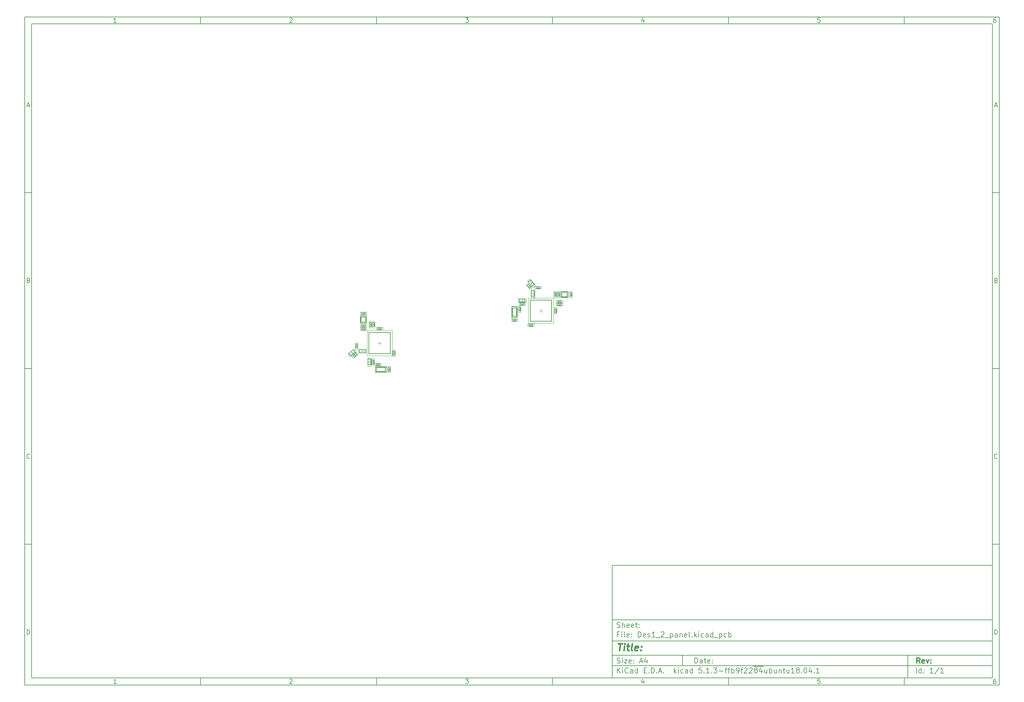
<source format=gbr>
%TF.GenerationSoftware,KiCad,Pcbnew,5.1.3-ffb9f22~84~ubuntu18.04.1*%
%TF.CreationDate,2019-07-26T17:01:45+03:00*%
%TF.ProjectId,Des1_2_panel,44657331-5f32-45f7-9061-6e656c2e6b69,rev?*%
%TF.SameCoordinates,Original*%
%TF.FileFunction,Other,User*%
%FSLAX45Y45*%
G04 Gerber Fmt 4.5, Leading zero omitted, Abs format (unit mm)*
G04 Created by KiCad (PCBNEW 5.1.3-ffb9f22~84~ubuntu18.04.1) date 2019-07-26 17:01:45*
%MOMM*%
%LPD*%
G04 APERTURE LIST*
%ADD10C,0.100000*%
%ADD11C,0.150000*%
%ADD12C,0.300000*%
%ADD13C,0.400000*%
%ADD14C,0.200000*%
G04 APERTURE END LIST*
D10*
D11*
X17700220Y-16600720D02*
X17700220Y-19800720D01*
X28500220Y-19800720D01*
X28500220Y-16600720D01*
X17700220Y-16600720D01*
D10*
D11*
X1000000Y-1000000D02*
X1000000Y-20000720D01*
X28700220Y-20000720D01*
X28700220Y-1000000D01*
X1000000Y-1000000D01*
D10*
D11*
X1200000Y-1200000D02*
X1200000Y-19800720D01*
X28500220Y-19800720D01*
X28500220Y-1200000D01*
X1200000Y-1200000D01*
D10*
D11*
X6000000Y-1200000D02*
X6000000Y-1000000D01*
D10*
D11*
X11000000Y-1200000D02*
X11000000Y-1000000D01*
D10*
D11*
X16000000Y-1200000D02*
X16000000Y-1000000D01*
D10*
D11*
X21000000Y-1200000D02*
X21000000Y-1000000D01*
D10*
D11*
X26000000Y-1200000D02*
X26000000Y-1000000D01*
D10*
D11*
X3606548Y-1158810D02*
X3532262Y-1158810D01*
X3569405Y-1158810D02*
X3569405Y-1028809D01*
X3557024Y-1047381D01*
X3544643Y-1059762D01*
X3532262Y-1065952D01*
D10*
D11*
X8532262Y-1041190D02*
X8538452Y-1035000D01*
X8550833Y-1028809D01*
X8581786Y-1028809D01*
X8594167Y-1035000D01*
X8600357Y-1041190D01*
X8606548Y-1053571D01*
X8606548Y-1065952D01*
X8600357Y-1084524D01*
X8526071Y-1158810D01*
X8606548Y-1158810D01*
D10*
D11*
X13526071Y-1028809D02*
X13606548Y-1028809D01*
X13563214Y-1078333D01*
X13581786Y-1078333D01*
X13594167Y-1084524D01*
X13600357Y-1090714D01*
X13606548Y-1103095D01*
X13606548Y-1134048D01*
X13600357Y-1146429D01*
X13594167Y-1152619D01*
X13581786Y-1158810D01*
X13544643Y-1158810D01*
X13532262Y-1152619D01*
X13526071Y-1146429D01*
D10*
D11*
X18594167Y-1072143D02*
X18594167Y-1158810D01*
X18563214Y-1022619D02*
X18532262Y-1115476D01*
X18612738Y-1115476D01*
D10*
D11*
X23600357Y-1028809D02*
X23538452Y-1028809D01*
X23532262Y-1090714D01*
X23538452Y-1084524D01*
X23550833Y-1078333D01*
X23581786Y-1078333D01*
X23594167Y-1084524D01*
X23600357Y-1090714D01*
X23606548Y-1103095D01*
X23606548Y-1134048D01*
X23600357Y-1146429D01*
X23594167Y-1152619D01*
X23581786Y-1158810D01*
X23550833Y-1158810D01*
X23538452Y-1152619D01*
X23532262Y-1146429D01*
D10*
D11*
X28594167Y-1028809D02*
X28569405Y-1028809D01*
X28557024Y-1035000D01*
X28550833Y-1041190D01*
X28538452Y-1059762D01*
X28532262Y-1084524D01*
X28532262Y-1134048D01*
X28538452Y-1146429D01*
X28544643Y-1152619D01*
X28557024Y-1158810D01*
X28581786Y-1158810D01*
X28594167Y-1152619D01*
X28600357Y-1146429D01*
X28606548Y-1134048D01*
X28606548Y-1103095D01*
X28600357Y-1090714D01*
X28594167Y-1084524D01*
X28581786Y-1078333D01*
X28557024Y-1078333D01*
X28544643Y-1084524D01*
X28538452Y-1090714D01*
X28532262Y-1103095D01*
D10*
D11*
X6000000Y-19800720D02*
X6000000Y-20000720D01*
D10*
D11*
X11000000Y-19800720D02*
X11000000Y-20000720D01*
D10*
D11*
X16000000Y-19800720D02*
X16000000Y-20000720D01*
D10*
D11*
X21000000Y-19800720D02*
X21000000Y-20000720D01*
D10*
D11*
X26000000Y-19800720D02*
X26000000Y-20000720D01*
D10*
D11*
X3606548Y-19959530D02*
X3532262Y-19959530D01*
X3569405Y-19959530D02*
X3569405Y-19829530D01*
X3557024Y-19848101D01*
X3544643Y-19860482D01*
X3532262Y-19866672D01*
D10*
D11*
X8532262Y-19841910D02*
X8538452Y-19835720D01*
X8550833Y-19829530D01*
X8581786Y-19829530D01*
X8594167Y-19835720D01*
X8600357Y-19841910D01*
X8606548Y-19854291D01*
X8606548Y-19866672D01*
X8600357Y-19885244D01*
X8526071Y-19959530D01*
X8606548Y-19959530D01*
D10*
D11*
X13526071Y-19829530D02*
X13606548Y-19829530D01*
X13563214Y-19879053D01*
X13581786Y-19879053D01*
X13594167Y-19885244D01*
X13600357Y-19891434D01*
X13606548Y-19903815D01*
X13606548Y-19934768D01*
X13600357Y-19947149D01*
X13594167Y-19953339D01*
X13581786Y-19959530D01*
X13544643Y-19959530D01*
X13532262Y-19953339D01*
X13526071Y-19947149D01*
D10*
D11*
X18594167Y-19872863D02*
X18594167Y-19959530D01*
X18563214Y-19823339D02*
X18532262Y-19916196D01*
X18612738Y-19916196D01*
D10*
D11*
X23600357Y-19829530D02*
X23538452Y-19829530D01*
X23532262Y-19891434D01*
X23538452Y-19885244D01*
X23550833Y-19879053D01*
X23581786Y-19879053D01*
X23594167Y-19885244D01*
X23600357Y-19891434D01*
X23606548Y-19903815D01*
X23606548Y-19934768D01*
X23600357Y-19947149D01*
X23594167Y-19953339D01*
X23581786Y-19959530D01*
X23550833Y-19959530D01*
X23538452Y-19953339D01*
X23532262Y-19947149D01*
D10*
D11*
X28594167Y-19829530D02*
X28569405Y-19829530D01*
X28557024Y-19835720D01*
X28550833Y-19841910D01*
X28538452Y-19860482D01*
X28532262Y-19885244D01*
X28532262Y-19934768D01*
X28538452Y-19947149D01*
X28544643Y-19953339D01*
X28557024Y-19959530D01*
X28581786Y-19959530D01*
X28594167Y-19953339D01*
X28600357Y-19947149D01*
X28606548Y-19934768D01*
X28606548Y-19903815D01*
X28600357Y-19891434D01*
X28594167Y-19885244D01*
X28581786Y-19879053D01*
X28557024Y-19879053D01*
X28544643Y-19885244D01*
X28538452Y-19891434D01*
X28532262Y-19903815D01*
D10*
D11*
X1000000Y-6000000D02*
X1200000Y-6000000D01*
D10*
D11*
X1000000Y-11000000D02*
X1200000Y-11000000D01*
D10*
D11*
X1000000Y-16000000D02*
X1200000Y-16000000D01*
D10*
D11*
X1069048Y-3521667D02*
X1130952Y-3521667D01*
X1056667Y-3558809D02*
X1100000Y-3428809D01*
X1143333Y-3558809D01*
D10*
D11*
X1109286Y-8490714D02*
X1127857Y-8496905D01*
X1134048Y-8503095D01*
X1140238Y-8515476D01*
X1140238Y-8534048D01*
X1134048Y-8546429D01*
X1127857Y-8552619D01*
X1115476Y-8558810D01*
X1065952Y-8558810D01*
X1065952Y-8428810D01*
X1109286Y-8428810D01*
X1121667Y-8435000D01*
X1127857Y-8441190D01*
X1134048Y-8453571D01*
X1134048Y-8465952D01*
X1127857Y-8478333D01*
X1121667Y-8484524D01*
X1109286Y-8490714D01*
X1065952Y-8490714D01*
D10*
D11*
X1140238Y-13546428D02*
X1134048Y-13552619D01*
X1115476Y-13558809D01*
X1103095Y-13558809D01*
X1084524Y-13552619D01*
X1072143Y-13540238D01*
X1065952Y-13527857D01*
X1059762Y-13503095D01*
X1059762Y-13484524D01*
X1065952Y-13459762D01*
X1072143Y-13447381D01*
X1084524Y-13435000D01*
X1103095Y-13428809D01*
X1115476Y-13428809D01*
X1134048Y-13435000D01*
X1140238Y-13441190D01*
D10*
D11*
X1065952Y-18558810D02*
X1065952Y-18428810D01*
X1096905Y-18428810D01*
X1115476Y-18435000D01*
X1127857Y-18447381D01*
X1134048Y-18459762D01*
X1140238Y-18484524D01*
X1140238Y-18503095D01*
X1134048Y-18527857D01*
X1127857Y-18540238D01*
X1115476Y-18552619D01*
X1096905Y-18558810D01*
X1065952Y-18558810D01*
D10*
D11*
X28700220Y-6000000D02*
X28500220Y-6000000D01*
D10*
D11*
X28700220Y-11000000D02*
X28500220Y-11000000D01*
D10*
D11*
X28700220Y-16000000D02*
X28500220Y-16000000D01*
D10*
D11*
X28569268Y-3521667D02*
X28631172Y-3521667D01*
X28556887Y-3558809D02*
X28600220Y-3428809D01*
X28643553Y-3558809D01*
D10*
D11*
X28609506Y-8490714D02*
X28628077Y-8496905D01*
X28634268Y-8503095D01*
X28640458Y-8515476D01*
X28640458Y-8534048D01*
X28634268Y-8546429D01*
X28628077Y-8552619D01*
X28615696Y-8558810D01*
X28566172Y-8558810D01*
X28566172Y-8428810D01*
X28609506Y-8428810D01*
X28621887Y-8435000D01*
X28628077Y-8441190D01*
X28634268Y-8453571D01*
X28634268Y-8465952D01*
X28628077Y-8478333D01*
X28621887Y-8484524D01*
X28609506Y-8490714D01*
X28566172Y-8490714D01*
D10*
D11*
X28640458Y-13546428D02*
X28634268Y-13552619D01*
X28615696Y-13558809D01*
X28603315Y-13558809D01*
X28584744Y-13552619D01*
X28572363Y-13540238D01*
X28566172Y-13527857D01*
X28559982Y-13503095D01*
X28559982Y-13484524D01*
X28566172Y-13459762D01*
X28572363Y-13447381D01*
X28584744Y-13435000D01*
X28603315Y-13428809D01*
X28615696Y-13428809D01*
X28634268Y-13435000D01*
X28640458Y-13441190D01*
D10*
D11*
X28566172Y-18558810D02*
X28566172Y-18428810D01*
X28597125Y-18428810D01*
X28615696Y-18435000D01*
X28628077Y-18447381D01*
X28634268Y-18459762D01*
X28640458Y-18484524D01*
X28640458Y-18503095D01*
X28634268Y-18527857D01*
X28628077Y-18540238D01*
X28615696Y-18552619D01*
X28597125Y-18558810D01*
X28566172Y-18558810D01*
D10*
D11*
X20043434Y-19378577D02*
X20043434Y-19228577D01*
X20079149Y-19228577D01*
X20100577Y-19235720D01*
X20114863Y-19250006D01*
X20122006Y-19264291D01*
X20129149Y-19292863D01*
X20129149Y-19314291D01*
X20122006Y-19342863D01*
X20114863Y-19357149D01*
X20100577Y-19371434D01*
X20079149Y-19378577D01*
X20043434Y-19378577D01*
X20257720Y-19378577D02*
X20257720Y-19300006D01*
X20250577Y-19285720D01*
X20236291Y-19278577D01*
X20207720Y-19278577D01*
X20193434Y-19285720D01*
X20257720Y-19371434D02*
X20243434Y-19378577D01*
X20207720Y-19378577D01*
X20193434Y-19371434D01*
X20186291Y-19357149D01*
X20186291Y-19342863D01*
X20193434Y-19328577D01*
X20207720Y-19321434D01*
X20243434Y-19321434D01*
X20257720Y-19314291D01*
X20307720Y-19278577D02*
X20364863Y-19278577D01*
X20329149Y-19228577D02*
X20329149Y-19357149D01*
X20336291Y-19371434D01*
X20350577Y-19378577D01*
X20364863Y-19378577D01*
X20472006Y-19371434D02*
X20457720Y-19378577D01*
X20429149Y-19378577D01*
X20414863Y-19371434D01*
X20407720Y-19357149D01*
X20407720Y-19300006D01*
X20414863Y-19285720D01*
X20429149Y-19278577D01*
X20457720Y-19278577D01*
X20472006Y-19285720D01*
X20479149Y-19300006D01*
X20479149Y-19314291D01*
X20407720Y-19328577D01*
X20543434Y-19364291D02*
X20550577Y-19371434D01*
X20543434Y-19378577D01*
X20536291Y-19371434D01*
X20543434Y-19364291D01*
X20543434Y-19378577D01*
X20543434Y-19285720D02*
X20550577Y-19292863D01*
X20543434Y-19300006D01*
X20536291Y-19292863D01*
X20543434Y-19285720D01*
X20543434Y-19300006D01*
D10*
D11*
X17700220Y-19450720D02*
X28500220Y-19450720D01*
D10*
D11*
X17843434Y-19658577D02*
X17843434Y-19508577D01*
X17929149Y-19658577D02*
X17864863Y-19572863D01*
X17929149Y-19508577D02*
X17843434Y-19594291D01*
X17993434Y-19658577D02*
X17993434Y-19558577D01*
X17993434Y-19508577D02*
X17986291Y-19515720D01*
X17993434Y-19522863D01*
X18000577Y-19515720D01*
X17993434Y-19508577D01*
X17993434Y-19522863D01*
X18150577Y-19644291D02*
X18143434Y-19651434D01*
X18122006Y-19658577D01*
X18107720Y-19658577D01*
X18086291Y-19651434D01*
X18072006Y-19637149D01*
X18064863Y-19622863D01*
X18057720Y-19594291D01*
X18057720Y-19572863D01*
X18064863Y-19544291D01*
X18072006Y-19530006D01*
X18086291Y-19515720D01*
X18107720Y-19508577D01*
X18122006Y-19508577D01*
X18143434Y-19515720D01*
X18150577Y-19522863D01*
X18279149Y-19658577D02*
X18279149Y-19580006D01*
X18272006Y-19565720D01*
X18257720Y-19558577D01*
X18229149Y-19558577D01*
X18214863Y-19565720D01*
X18279149Y-19651434D02*
X18264863Y-19658577D01*
X18229149Y-19658577D01*
X18214863Y-19651434D01*
X18207720Y-19637149D01*
X18207720Y-19622863D01*
X18214863Y-19608577D01*
X18229149Y-19601434D01*
X18264863Y-19601434D01*
X18279149Y-19594291D01*
X18414863Y-19658577D02*
X18414863Y-19508577D01*
X18414863Y-19651434D02*
X18400577Y-19658577D01*
X18372006Y-19658577D01*
X18357720Y-19651434D01*
X18350577Y-19644291D01*
X18343434Y-19630006D01*
X18343434Y-19587149D01*
X18350577Y-19572863D01*
X18357720Y-19565720D01*
X18372006Y-19558577D01*
X18400577Y-19558577D01*
X18414863Y-19565720D01*
X18600577Y-19580006D02*
X18650577Y-19580006D01*
X18672006Y-19658577D02*
X18600577Y-19658577D01*
X18600577Y-19508577D01*
X18672006Y-19508577D01*
X18736291Y-19644291D02*
X18743434Y-19651434D01*
X18736291Y-19658577D01*
X18729149Y-19651434D01*
X18736291Y-19644291D01*
X18736291Y-19658577D01*
X18807720Y-19658577D02*
X18807720Y-19508577D01*
X18843434Y-19508577D01*
X18864863Y-19515720D01*
X18879149Y-19530006D01*
X18886291Y-19544291D01*
X18893434Y-19572863D01*
X18893434Y-19594291D01*
X18886291Y-19622863D01*
X18879149Y-19637149D01*
X18864863Y-19651434D01*
X18843434Y-19658577D01*
X18807720Y-19658577D01*
X18957720Y-19644291D02*
X18964863Y-19651434D01*
X18957720Y-19658577D01*
X18950577Y-19651434D01*
X18957720Y-19644291D01*
X18957720Y-19658577D01*
X19022006Y-19615720D02*
X19093434Y-19615720D01*
X19007720Y-19658577D02*
X19057720Y-19508577D01*
X19107720Y-19658577D01*
X19157720Y-19644291D02*
X19164863Y-19651434D01*
X19157720Y-19658577D01*
X19150577Y-19651434D01*
X19157720Y-19644291D01*
X19157720Y-19658577D01*
X19457720Y-19658577D02*
X19457720Y-19508577D01*
X19472006Y-19601434D02*
X19514863Y-19658577D01*
X19514863Y-19558577D02*
X19457720Y-19615720D01*
X19579149Y-19658577D02*
X19579149Y-19558577D01*
X19579149Y-19508577D02*
X19572006Y-19515720D01*
X19579149Y-19522863D01*
X19586291Y-19515720D01*
X19579149Y-19508577D01*
X19579149Y-19522863D01*
X19714863Y-19651434D02*
X19700577Y-19658577D01*
X19672006Y-19658577D01*
X19657720Y-19651434D01*
X19650577Y-19644291D01*
X19643434Y-19630006D01*
X19643434Y-19587149D01*
X19650577Y-19572863D01*
X19657720Y-19565720D01*
X19672006Y-19558577D01*
X19700577Y-19558577D01*
X19714863Y-19565720D01*
X19843434Y-19658577D02*
X19843434Y-19580006D01*
X19836291Y-19565720D01*
X19822006Y-19558577D01*
X19793434Y-19558577D01*
X19779149Y-19565720D01*
X19843434Y-19651434D02*
X19829149Y-19658577D01*
X19793434Y-19658577D01*
X19779149Y-19651434D01*
X19772006Y-19637149D01*
X19772006Y-19622863D01*
X19779149Y-19608577D01*
X19793434Y-19601434D01*
X19829149Y-19601434D01*
X19843434Y-19594291D01*
X19979149Y-19658577D02*
X19979149Y-19508577D01*
X19979149Y-19651434D02*
X19964863Y-19658577D01*
X19936291Y-19658577D01*
X19922006Y-19651434D01*
X19914863Y-19644291D01*
X19907720Y-19630006D01*
X19907720Y-19587149D01*
X19914863Y-19572863D01*
X19922006Y-19565720D01*
X19936291Y-19558577D01*
X19964863Y-19558577D01*
X19979149Y-19565720D01*
X20236291Y-19508577D02*
X20164863Y-19508577D01*
X20157720Y-19580006D01*
X20164863Y-19572863D01*
X20179149Y-19565720D01*
X20214863Y-19565720D01*
X20229149Y-19572863D01*
X20236291Y-19580006D01*
X20243434Y-19594291D01*
X20243434Y-19630006D01*
X20236291Y-19644291D01*
X20229149Y-19651434D01*
X20214863Y-19658577D01*
X20179149Y-19658577D01*
X20164863Y-19651434D01*
X20157720Y-19644291D01*
X20307720Y-19644291D02*
X20314863Y-19651434D01*
X20307720Y-19658577D01*
X20300577Y-19651434D01*
X20307720Y-19644291D01*
X20307720Y-19658577D01*
X20457720Y-19658577D02*
X20372006Y-19658577D01*
X20414863Y-19658577D02*
X20414863Y-19508577D01*
X20400577Y-19530006D01*
X20386291Y-19544291D01*
X20372006Y-19551434D01*
X20522006Y-19644291D02*
X20529149Y-19651434D01*
X20522006Y-19658577D01*
X20514863Y-19651434D01*
X20522006Y-19644291D01*
X20522006Y-19658577D01*
X20579149Y-19508577D02*
X20672006Y-19508577D01*
X20622006Y-19565720D01*
X20643434Y-19565720D01*
X20657720Y-19572863D01*
X20664863Y-19580006D01*
X20672006Y-19594291D01*
X20672006Y-19630006D01*
X20664863Y-19644291D01*
X20657720Y-19651434D01*
X20643434Y-19658577D01*
X20600577Y-19658577D01*
X20586291Y-19651434D01*
X20579149Y-19644291D01*
X20736291Y-19601434D02*
X20850577Y-19601434D01*
X20900577Y-19558577D02*
X20957720Y-19558577D01*
X20922006Y-19658577D02*
X20922006Y-19530006D01*
X20929149Y-19515720D01*
X20943434Y-19508577D01*
X20957720Y-19508577D01*
X20986291Y-19558577D02*
X21043434Y-19558577D01*
X21007720Y-19658577D02*
X21007720Y-19530006D01*
X21014863Y-19515720D01*
X21029149Y-19508577D01*
X21043434Y-19508577D01*
X21093434Y-19658577D02*
X21093434Y-19508577D01*
X21093434Y-19565720D02*
X21107720Y-19558577D01*
X21136291Y-19558577D01*
X21150577Y-19565720D01*
X21157720Y-19572863D01*
X21164863Y-19587149D01*
X21164863Y-19630006D01*
X21157720Y-19644291D01*
X21150577Y-19651434D01*
X21136291Y-19658577D01*
X21107720Y-19658577D01*
X21093434Y-19651434D01*
X21236291Y-19658577D02*
X21264863Y-19658577D01*
X21279149Y-19651434D01*
X21286291Y-19644291D01*
X21300577Y-19622863D01*
X21307720Y-19594291D01*
X21307720Y-19537149D01*
X21300577Y-19522863D01*
X21293434Y-19515720D01*
X21279149Y-19508577D01*
X21250577Y-19508577D01*
X21236291Y-19515720D01*
X21229149Y-19522863D01*
X21222006Y-19537149D01*
X21222006Y-19572863D01*
X21229149Y-19587149D01*
X21236291Y-19594291D01*
X21250577Y-19601434D01*
X21279149Y-19601434D01*
X21293434Y-19594291D01*
X21300577Y-19587149D01*
X21307720Y-19572863D01*
X21350577Y-19558577D02*
X21407720Y-19558577D01*
X21372006Y-19658577D02*
X21372006Y-19530006D01*
X21379149Y-19515720D01*
X21393434Y-19508577D01*
X21407720Y-19508577D01*
X21450577Y-19522863D02*
X21457720Y-19515720D01*
X21472006Y-19508577D01*
X21507720Y-19508577D01*
X21522006Y-19515720D01*
X21529149Y-19522863D01*
X21536291Y-19537149D01*
X21536291Y-19551434D01*
X21529149Y-19572863D01*
X21443434Y-19658577D01*
X21536291Y-19658577D01*
X21593434Y-19522863D02*
X21600577Y-19515720D01*
X21614863Y-19508577D01*
X21650577Y-19508577D01*
X21664863Y-19515720D01*
X21672006Y-19522863D01*
X21679149Y-19537149D01*
X21679149Y-19551434D01*
X21672006Y-19572863D01*
X21586291Y-19658577D01*
X21679149Y-19658577D01*
X21707720Y-19467720D02*
X21850577Y-19467720D01*
X21764863Y-19572863D02*
X21750577Y-19565720D01*
X21743434Y-19558577D01*
X21736291Y-19544291D01*
X21736291Y-19537149D01*
X21743434Y-19522863D01*
X21750577Y-19515720D01*
X21764863Y-19508577D01*
X21793434Y-19508577D01*
X21807720Y-19515720D01*
X21814863Y-19522863D01*
X21822006Y-19537149D01*
X21822006Y-19544291D01*
X21814863Y-19558577D01*
X21807720Y-19565720D01*
X21793434Y-19572863D01*
X21764863Y-19572863D01*
X21750577Y-19580006D01*
X21743434Y-19587149D01*
X21736291Y-19601434D01*
X21736291Y-19630006D01*
X21743434Y-19644291D01*
X21750577Y-19651434D01*
X21764863Y-19658577D01*
X21793434Y-19658577D01*
X21807720Y-19651434D01*
X21814863Y-19644291D01*
X21822006Y-19630006D01*
X21822006Y-19601434D01*
X21814863Y-19587149D01*
X21807720Y-19580006D01*
X21793434Y-19572863D01*
X21850577Y-19467720D02*
X21993434Y-19467720D01*
X21950577Y-19558577D02*
X21950577Y-19658577D01*
X21914863Y-19501434D02*
X21879149Y-19608577D01*
X21972006Y-19608577D01*
X22093434Y-19558577D02*
X22093434Y-19658577D01*
X22029149Y-19558577D02*
X22029149Y-19637149D01*
X22036291Y-19651434D01*
X22050577Y-19658577D01*
X22072006Y-19658577D01*
X22086291Y-19651434D01*
X22093434Y-19644291D01*
X22164863Y-19658577D02*
X22164863Y-19508577D01*
X22164863Y-19565720D02*
X22179149Y-19558577D01*
X22207720Y-19558577D01*
X22222006Y-19565720D01*
X22229149Y-19572863D01*
X22236291Y-19587149D01*
X22236291Y-19630006D01*
X22229149Y-19644291D01*
X22222006Y-19651434D01*
X22207720Y-19658577D01*
X22179149Y-19658577D01*
X22164863Y-19651434D01*
X22364863Y-19558577D02*
X22364863Y-19658577D01*
X22300577Y-19558577D02*
X22300577Y-19637149D01*
X22307720Y-19651434D01*
X22322006Y-19658577D01*
X22343434Y-19658577D01*
X22357720Y-19651434D01*
X22364863Y-19644291D01*
X22436291Y-19558577D02*
X22436291Y-19658577D01*
X22436291Y-19572863D02*
X22443434Y-19565720D01*
X22457720Y-19558577D01*
X22479148Y-19558577D01*
X22493434Y-19565720D01*
X22500577Y-19580006D01*
X22500577Y-19658577D01*
X22550577Y-19558577D02*
X22607720Y-19558577D01*
X22572006Y-19508577D02*
X22572006Y-19637149D01*
X22579148Y-19651434D01*
X22593434Y-19658577D01*
X22607720Y-19658577D01*
X22722006Y-19558577D02*
X22722006Y-19658577D01*
X22657720Y-19558577D02*
X22657720Y-19637149D01*
X22664863Y-19651434D01*
X22679148Y-19658577D01*
X22700577Y-19658577D01*
X22714863Y-19651434D01*
X22722006Y-19644291D01*
X22872006Y-19658577D02*
X22786291Y-19658577D01*
X22829148Y-19658577D02*
X22829148Y-19508577D01*
X22814863Y-19530006D01*
X22800577Y-19544291D01*
X22786291Y-19551434D01*
X22957720Y-19572863D02*
X22943434Y-19565720D01*
X22936291Y-19558577D01*
X22929148Y-19544291D01*
X22929148Y-19537149D01*
X22936291Y-19522863D01*
X22943434Y-19515720D01*
X22957720Y-19508577D01*
X22986291Y-19508577D01*
X23000577Y-19515720D01*
X23007720Y-19522863D01*
X23014863Y-19537149D01*
X23014863Y-19544291D01*
X23007720Y-19558577D01*
X23000577Y-19565720D01*
X22986291Y-19572863D01*
X22957720Y-19572863D01*
X22943434Y-19580006D01*
X22936291Y-19587149D01*
X22929148Y-19601434D01*
X22929148Y-19630006D01*
X22936291Y-19644291D01*
X22943434Y-19651434D01*
X22957720Y-19658577D01*
X22986291Y-19658577D01*
X23000577Y-19651434D01*
X23007720Y-19644291D01*
X23014863Y-19630006D01*
X23014863Y-19601434D01*
X23007720Y-19587149D01*
X23000577Y-19580006D01*
X22986291Y-19572863D01*
X23079148Y-19644291D02*
X23086291Y-19651434D01*
X23079148Y-19658577D01*
X23072006Y-19651434D01*
X23079148Y-19644291D01*
X23079148Y-19658577D01*
X23179148Y-19508577D02*
X23193434Y-19508577D01*
X23207720Y-19515720D01*
X23214863Y-19522863D01*
X23222006Y-19537149D01*
X23229148Y-19565720D01*
X23229148Y-19601434D01*
X23222006Y-19630006D01*
X23214863Y-19644291D01*
X23207720Y-19651434D01*
X23193434Y-19658577D01*
X23179148Y-19658577D01*
X23164863Y-19651434D01*
X23157720Y-19644291D01*
X23150577Y-19630006D01*
X23143434Y-19601434D01*
X23143434Y-19565720D01*
X23150577Y-19537149D01*
X23157720Y-19522863D01*
X23164863Y-19515720D01*
X23179148Y-19508577D01*
X23357720Y-19558577D02*
X23357720Y-19658577D01*
X23322006Y-19501434D02*
X23286291Y-19608577D01*
X23379148Y-19608577D01*
X23436291Y-19644291D02*
X23443434Y-19651434D01*
X23436291Y-19658577D01*
X23429148Y-19651434D01*
X23436291Y-19644291D01*
X23436291Y-19658577D01*
X23586291Y-19658577D02*
X23500577Y-19658577D01*
X23543434Y-19658577D02*
X23543434Y-19508577D01*
X23529148Y-19530006D01*
X23514863Y-19544291D01*
X23500577Y-19551434D01*
D10*
D11*
X17700220Y-19150720D02*
X28500220Y-19150720D01*
D10*
D12*
X26441148Y-19378577D02*
X26391148Y-19307149D01*
X26355434Y-19378577D02*
X26355434Y-19228577D01*
X26412577Y-19228577D01*
X26426863Y-19235720D01*
X26434006Y-19242863D01*
X26441148Y-19257149D01*
X26441148Y-19278577D01*
X26434006Y-19292863D01*
X26426863Y-19300006D01*
X26412577Y-19307149D01*
X26355434Y-19307149D01*
X26562577Y-19371434D02*
X26548291Y-19378577D01*
X26519720Y-19378577D01*
X26505434Y-19371434D01*
X26498291Y-19357149D01*
X26498291Y-19300006D01*
X26505434Y-19285720D01*
X26519720Y-19278577D01*
X26548291Y-19278577D01*
X26562577Y-19285720D01*
X26569720Y-19300006D01*
X26569720Y-19314291D01*
X26498291Y-19328577D01*
X26619720Y-19278577D02*
X26655434Y-19378577D01*
X26691148Y-19278577D01*
X26748291Y-19364291D02*
X26755434Y-19371434D01*
X26748291Y-19378577D01*
X26741148Y-19371434D01*
X26748291Y-19364291D01*
X26748291Y-19378577D01*
X26748291Y-19285720D02*
X26755434Y-19292863D01*
X26748291Y-19300006D01*
X26741148Y-19292863D01*
X26748291Y-19285720D01*
X26748291Y-19300006D01*
D10*
D11*
X17836291Y-19371434D02*
X17857720Y-19378577D01*
X17893434Y-19378577D01*
X17907720Y-19371434D01*
X17914863Y-19364291D01*
X17922006Y-19350006D01*
X17922006Y-19335720D01*
X17914863Y-19321434D01*
X17907720Y-19314291D01*
X17893434Y-19307149D01*
X17864863Y-19300006D01*
X17850577Y-19292863D01*
X17843434Y-19285720D01*
X17836291Y-19271434D01*
X17836291Y-19257149D01*
X17843434Y-19242863D01*
X17850577Y-19235720D01*
X17864863Y-19228577D01*
X17900577Y-19228577D01*
X17922006Y-19235720D01*
X17986291Y-19378577D02*
X17986291Y-19278577D01*
X17986291Y-19228577D02*
X17979149Y-19235720D01*
X17986291Y-19242863D01*
X17993434Y-19235720D01*
X17986291Y-19228577D01*
X17986291Y-19242863D01*
X18043434Y-19278577D02*
X18122006Y-19278577D01*
X18043434Y-19378577D01*
X18122006Y-19378577D01*
X18236291Y-19371434D02*
X18222006Y-19378577D01*
X18193434Y-19378577D01*
X18179149Y-19371434D01*
X18172006Y-19357149D01*
X18172006Y-19300006D01*
X18179149Y-19285720D01*
X18193434Y-19278577D01*
X18222006Y-19278577D01*
X18236291Y-19285720D01*
X18243434Y-19300006D01*
X18243434Y-19314291D01*
X18172006Y-19328577D01*
X18307720Y-19364291D02*
X18314863Y-19371434D01*
X18307720Y-19378577D01*
X18300577Y-19371434D01*
X18307720Y-19364291D01*
X18307720Y-19378577D01*
X18307720Y-19285720D02*
X18314863Y-19292863D01*
X18307720Y-19300006D01*
X18300577Y-19292863D01*
X18307720Y-19285720D01*
X18307720Y-19300006D01*
X18486291Y-19335720D02*
X18557720Y-19335720D01*
X18472006Y-19378577D02*
X18522006Y-19228577D01*
X18572006Y-19378577D01*
X18686291Y-19278577D02*
X18686291Y-19378577D01*
X18650577Y-19221434D02*
X18614863Y-19328577D01*
X18707720Y-19328577D01*
D10*
D11*
X26343434Y-19658577D02*
X26343434Y-19508577D01*
X26479148Y-19658577D02*
X26479148Y-19508577D01*
X26479148Y-19651434D02*
X26464863Y-19658577D01*
X26436291Y-19658577D01*
X26422006Y-19651434D01*
X26414863Y-19644291D01*
X26407720Y-19630006D01*
X26407720Y-19587149D01*
X26414863Y-19572863D01*
X26422006Y-19565720D01*
X26436291Y-19558577D01*
X26464863Y-19558577D01*
X26479148Y-19565720D01*
X26550577Y-19644291D02*
X26557720Y-19651434D01*
X26550577Y-19658577D01*
X26543434Y-19651434D01*
X26550577Y-19644291D01*
X26550577Y-19658577D01*
X26550577Y-19565720D02*
X26557720Y-19572863D01*
X26550577Y-19580006D01*
X26543434Y-19572863D01*
X26550577Y-19565720D01*
X26550577Y-19580006D01*
X26814863Y-19658577D02*
X26729148Y-19658577D01*
X26772006Y-19658577D02*
X26772006Y-19508577D01*
X26757720Y-19530006D01*
X26743434Y-19544291D01*
X26729148Y-19551434D01*
X26986291Y-19501434D02*
X26857720Y-19694291D01*
X27114863Y-19658577D02*
X27029148Y-19658577D01*
X27072006Y-19658577D02*
X27072006Y-19508577D01*
X27057720Y-19530006D01*
X27043434Y-19544291D01*
X27029148Y-19551434D01*
D10*
D11*
X17700220Y-18750720D02*
X28500220Y-18750720D01*
D10*
D13*
X17871458Y-18821196D02*
X17985744Y-18821196D01*
X17903601Y-19021196D02*
X17928601Y-18821196D01*
X18027410Y-19021196D02*
X18044077Y-18887863D01*
X18052410Y-18821196D02*
X18041696Y-18830720D01*
X18050030Y-18840244D01*
X18060744Y-18830720D01*
X18052410Y-18821196D01*
X18050030Y-18840244D01*
X18110744Y-18887863D02*
X18186934Y-18887863D01*
X18147649Y-18821196D02*
X18126220Y-18992625D01*
X18133363Y-19011672D01*
X18151220Y-19021196D01*
X18170268Y-19021196D01*
X18265506Y-19021196D02*
X18247649Y-19011672D01*
X18240506Y-18992625D01*
X18261934Y-18821196D01*
X18419077Y-19011672D02*
X18398839Y-19021196D01*
X18360744Y-19021196D01*
X18342887Y-19011672D01*
X18335744Y-18992625D01*
X18345268Y-18916434D01*
X18357172Y-18897387D01*
X18377410Y-18887863D01*
X18415506Y-18887863D01*
X18433363Y-18897387D01*
X18440506Y-18916434D01*
X18438125Y-18935482D01*
X18340506Y-18954530D01*
X18515506Y-19002149D02*
X18523839Y-19011672D01*
X18513125Y-19021196D01*
X18504791Y-19011672D01*
X18515506Y-19002149D01*
X18513125Y-19021196D01*
X18528601Y-18897387D02*
X18536934Y-18906910D01*
X18526220Y-18916434D01*
X18517887Y-18906910D01*
X18528601Y-18897387D01*
X18526220Y-18916434D01*
D10*
D11*
X17893434Y-18560006D02*
X17843434Y-18560006D01*
X17843434Y-18638577D02*
X17843434Y-18488577D01*
X17914863Y-18488577D01*
X17972006Y-18638577D02*
X17972006Y-18538577D01*
X17972006Y-18488577D02*
X17964863Y-18495720D01*
X17972006Y-18502863D01*
X17979149Y-18495720D01*
X17972006Y-18488577D01*
X17972006Y-18502863D01*
X18064863Y-18638577D02*
X18050577Y-18631434D01*
X18043434Y-18617149D01*
X18043434Y-18488577D01*
X18179149Y-18631434D02*
X18164863Y-18638577D01*
X18136291Y-18638577D01*
X18122006Y-18631434D01*
X18114863Y-18617149D01*
X18114863Y-18560006D01*
X18122006Y-18545720D01*
X18136291Y-18538577D01*
X18164863Y-18538577D01*
X18179149Y-18545720D01*
X18186291Y-18560006D01*
X18186291Y-18574291D01*
X18114863Y-18588577D01*
X18250577Y-18624291D02*
X18257720Y-18631434D01*
X18250577Y-18638577D01*
X18243434Y-18631434D01*
X18250577Y-18624291D01*
X18250577Y-18638577D01*
X18250577Y-18545720D02*
X18257720Y-18552863D01*
X18250577Y-18560006D01*
X18243434Y-18552863D01*
X18250577Y-18545720D01*
X18250577Y-18560006D01*
X18436291Y-18638577D02*
X18436291Y-18488577D01*
X18472006Y-18488577D01*
X18493434Y-18495720D01*
X18507720Y-18510006D01*
X18514863Y-18524291D01*
X18522006Y-18552863D01*
X18522006Y-18574291D01*
X18514863Y-18602863D01*
X18507720Y-18617149D01*
X18493434Y-18631434D01*
X18472006Y-18638577D01*
X18436291Y-18638577D01*
X18643434Y-18631434D02*
X18629149Y-18638577D01*
X18600577Y-18638577D01*
X18586291Y-18631434D01*
X18579149Y-18617149D01*
X18579149Y-18560006D01*
X18586291Y-18545720D01*
X18600577Y-18538577D01*
X18629149Y-18538577D01*
X18643434Y-18545720D01*
X18650577Y-18560006D01*
X18650577Y-18574291D01*
X18579149Y-18588577D01*
X18707720Y-18631434D02*
X18722006Y-18638577D01*
X18750577Y-18638577D01*
X18764863Y-18631434D01*
X18772006Y-18617149D01*
X18772006Y-18610006D01*
X18764863Y-18595720D01*
X18750577Y-18588577D01*
X18729149Y-18588577D01*
X18714863Y-18581434D01*
X18707720Y-18567149D01*
X18707720Y-18560006D01*
X18714863Y-18545720D01*
X18729149Y-18538577D01*
X18750577Y-18538577D01*
X18764863Y-18545720D01*
X18914863Y-18638577D02*
X18829149Y-18638577D01*
X18872006Y-18638577D02*
X18872006Y-18488577D01*
X18857720Y-18510006D01*
X18843434Y-18524291D01*
X18829149Y-18531434D01*
X18943434Y-18652863D02*
X19057720Y-18652863D01*
X19086291Y-18502863D02*
X19093434Y-18495720D01*
X19107720Y-18488577D01*
X19143434Y-18488577D01*
X19157720Y-18495720D01*
X19164863Y-18502863D01*
X19172006Y-18517149D01*
X19172006Y-18531434D01*
X19164863Y-18552863D01*
X19079149Y-18638577D01*
X19172006Y-18638577D01*
X19200577Y-18652863D02*
X19314863Y-18652863D01*
X19350577Y-18538577D02*
X19350577Y-18688577D01*
X19350577Y-18545720D02*
X19364863Y-18538577D01*
X19393434Y-18538577D01*
X19407720Y-18545720D01*
X19414863Y-18552863D01*
X19422006Y-18567149D01*
X19422006Y-18610006D01*
X19414863Y-18624291D01*
X19407720Y-18631434D01*
X19393434Y-18638577D01*
X19364863Y-18638577D01*
X19350577Y-18631434D01*
X19550577Y-18638577D02*
X19550577Y-18560006D01*
X19543434Y-18545720D01*
X19529149Y-18538577D01*
X19500577Y-18538577D01*
X19486291Y-18545720D01*
X19550577Y-18631434D02*
X19536291Y-18638577D01*
X19500577Y-18638577D01*
X19486291Y-18631434D01*
X19479149Y-18617149D01*
X19479149Y-18602863D01*
X19486291Y-18588577D01*
X19500577Y-18581434D01*
X19536291Y-18581434D01*
X19550577Y-18574291D01*
X19622006Y-18538577D02*
X19622006Y-18638577D01*
X19622006Y-18552863D02*
X19629149Y-18545720D01*
X19643434Y-18538577D01*
X19664863Y-18538577D01*
X19679149Y-18545720D01*
X19686291Y-18560006D01*
X19686291Y-18638577D01*
X19814863Y-18631434D02*
X19800577Y-18638577D01*
X19772006Y-18638577D01*
X19757720Y-18631434D01*
X19750577Y-18617149D01*
X19750577Y-18560006D01*
X19757720Y-18545720D01*
X19772006Y-18538577D01*
X19800577Y-18538577D01*
X19814863Y-18545720D01*
X19822006Y-18560006D01*
X19822006Y-18574291D01*
X19750577Y-18588577D01*
X19907720Y-18638577D02*
X19893434Y-18631434D01*
X19886291Y-18617149D01*
X19886291Y-18488577D01*
X19964863Y-18624291D02*
X19972006Y-18631434D01*
X19964863Y-18638577D01*
X19957720Y-18631434D01*
X19964863Y-18624291D01*
X19964863Y-18638577D01*
X20036291Y-18638577D02*
X20036291Y-18488577D01*
X20050577Y-18581434D02*
X20093434Y-18638577D01*
X20093434Y-18538577D02*
X20036291Y-18595720D01*
X20157720Y-18638577D02*
X20157720Y-18538577D01*
X20157720Y-18488577D02*
X20150577Y-18495720D01*
X20157720Y-18502863D01*
X20164863Y-18495720D01*
X20157720Y-18488577D01*
X20157720Y-18502863D01*
X20293434Y-18631434D02*
X20279149Y-18638577D01*
X20250577Y-18638577D01*
X20236291Y-18631434D01*
X20229149Y-18624291D01*
X20222006Y-18610006D01*
X20222006Y-18567149D01*
X20229149Y-18552863D01*
X20236291Y-18545720D01*
X20250577Y-18538577D01*
X20279149Y-18538577D01*
X20293434Y-18545720D01*
X20422006Y-18638577D02*
X20422006Y-18560006D01*
X20414863Y-18545720D01*
X20400577Y-18538577D01*
X20372006Y-18538577D01*
X20357720Y-18545720D01*
X20422006Y-18631434D02*
X20407720Y-18638577D01*
X20372006Y-18638577D01*
X20357720Y-18631434D01*
X20350577Y-18617149D01*
X20350577Y-18602863D01*
X20357720Y-18588577D01*
X20372006Y-18581434D01*
X20407720Y-18581434D01*
X20422006Y-18574291D01*
X20557720Y-18638577D02*
X20557720Y-18488577D01*
X20557720Y-18631434D02*
X20543434Y-18638577D01*
X20514863Y-18638577D01*
X20500577Y-18631434D01*
X20493434Y-18624291D01*
X20486291Y-18610006D01*
X20486291Y-18567149D01*
X20493434Y-18552863D01*
X20500577Y-18545720D01*
X20514863Y-18538577D01*
X20543434Y-18538577D01*
X20557720Y-18545720D01*
X20593434Y-18652863D02*
X20707720Y-18652863D01*
X20743434Y-18538577D02*
X20743434Y-18688577D01*
X20743434Y-18545720D02*
X20757720Y-18538577D01*
X20786291Y-18538577D01*
X20800577Y-18545720D01*
X20807720Y-18552863D01*
X20814863Y-18567149D01*
X20814863Y-18610006D01*
X20807720Y-18624291D01*
X20800577Y-18631434D01*
X20786291Y-18638577D01*
X20757720Y-18638577D01*
X20743434Y-18631434D01*
X20943434Y-18631434D02*
X20929149Y-18638577D01*
X20900577Y-18638577D01*
X20886291Y-18631434D01*
X20879149Y-18624291D01*
X20872006Y-18610006D01*
X20872006Y-18567149D01*
X20879149Y-18552863D01*
X20886291Y-18545720D01*
X20900577Y-18538577D01*
X20929149Y-18538577D01*
X20943434Y-18545720D01*
X21007720Y-18638577D02*
X21007720Y-18488577D01*
X21007720Y-18545720D02*
X21022006Y-18538577D01*
X21050577Y-18538577D01*
X21064863Y-18545720D01*
X21072006Y-18552863D01*
X21079149Y-18567149D01*
X21079149Y-18610006D01*
X21072006Y-18624291D01*
X21064863Y-18631434D01*
X21050577Y-18638577D01*
X21022006Y-18638577D01*
X21007720Y-18631434D01*
D10*
D11*
X17700220Y-18150720D02*
X28500220Y-18150720D01*
D10*
D11*
X17836291Y-18361434D02*
X17857720Y-18368577D01*
X17893434Y-18368577D01*
X17907720Y-18361434D01*
X17914863Y-18354291D01*
X17922006Y-18340006D01*
X17922006Y-18325720D01*
X17914863Y-18311434D01*
X17907720Y-18304291D01*
X17893434Y-18297149D01*
X17864863Y-18290006D01*
X17850577Y-18282863D01*
X17843434Y-18275720D01*
X17836291Y-18261434D01*
X17836291Y-18247149D01*
X17843434Y-18232863D01*
X17850577Y-18225720D01*
X17864863Y-18218577D01*
X17900577Y-18218577D01*
X17922006Y-18225720D01*
X17986291Y-18368577D02*
X17986291Y-18218577D01*
X18050577Y-18368577D02*
X18050577Y-18290006D01*
X18043434Y-18275720D01*
X18029149Y-18268577D01*
X18007720Y-18268577D01*
X17993434Y-18275720D01*
X17986291Y-18282863D01*
X18179149Y-18361434D02*
X18164863Y-18368577D01*
X18136291Y-18368577D01*
X18122006Y-18361434D01*
X18114863Y-18347149D01*
X18114863Y-18290006D01*
X18122006Y-18275720D01*
X18136291Y-18268577D01*
X18164863Y-18268577D01*
X18179149Y-18275720D01*
X18186291Y-18290006D01*
X18186291Y-18304291D01*
X18114863Y-18318577D01*
X18307720Y-18361434D02*
X18293434Y-18368577D01*
X18264863Y-18368577D01*
X18250577Y-18361434D01*
X18243434Y-18347149D01*
X18243434Y-18290006D01*
X18250577Y-18275720D01*
X18264863Y-18268577D01*
X18293434Y-18268577D01*
X18307720Y-18275720D01*
X18314863Y-18290006D01*
X18314863Y-18304291D01*
X18243434Y-18318577D01*
X18357720Y-18268577D02*
X18414863Y-18268577D01*
X18379149Y-18218577D02*
X18379149Y-18347149D01*
X18386291Y-18361434D01*
X18400577Y-18368577D01*
X18414863Y-18368577D01*
X18464863Y-18354291D02*
X18472006Y-18361434D01*
X18464863Y-18368577D01*
X18457720Y-18361434D01*
X18464863Y-18354291D01*
X18464863Y-18368577D01*
X18464863Y-18275720D02*
X18472006Y-18282863D01*
X18464863Y-18290006D01*
X18457720Y-18282863D01*
X18464863Y-18275720D01*
X18464863Y-18290006D01*
D10*
D11*
X19700220Y-19150720D02*
X19700220Y-19450720D01*
D10*
D11*
X26100220Y-19150720D02*
X26100220Y-19800720D01*
D10*
X15283164Y-8515182D02*
X15359768Y-8450904D01*
X15255341Y-9113781D02*
X15255341Y-9013781D01*
D14*
X15369242Y-9657881D02*
X15973241Y-9657881D01*
X15973241Y-9657881D02*
X15973241Y-9053881D01*
X15397682Y-8947692D02*
X15492682Y-8947692D01*
X15492682Y-8947692D02*
X15492682Y-8787685D01*
X10939799Y-9699071D02*
X10888999Y-9699071D01*
X10850866Y-9800638D02*
X10850866Y-9699038D01*
X10850866Y-9699038D02*
X10800066Y-9699038D01*
D10*
X11391342Y-10934935D02*
X11321342Y-10934935D01*
X10269802Y-10581348D02*
X10338746Y-10523497D01*
X11131382Y-10917694D02*
X10951382Y-10917694D01*
X10717344Y-9820431D02*
X10537344Y-9820431D01*
X11177102Y-9894074D02*
X10997102Y-9894074D01*
X10845002Y-10929074D02*
X10845002Y-10694075D01*
D14*
X10542358Y-9712645D02*
X10712363Y-9712645D01*
X10712363Y-9712645D02*
X10712363Y-9502650D01*
D10*
X11383842Y-11024934D02*
X11328842Y-11024934D01*
X11114602Y-9859074D02*
X11059602Y-9859074D01*
D14*
X15217845Y-9020776D02*
X15057838Y-9020776D01*
X15057838Y-9020776D02*
X15057838Y-9106778D01*
X16115758Y-9406698D02*
X16115758Y-9305098D01*
X16115758Y-9305098D02*
X16064958Y-9305098D01*
X15188625Y-9142538D02*
X15087025Y-9142538D01*
X15087025Y-9142538D02*
X15087025Y-9193338D01*
X15087025Y-9193338D02*
X15188625Y-9193338D01*
X15188625Y-9193338D02*
X15188625Y-9142538D01*
X16049669Y-8845307D02*
X16049669Y-8946907D01*
D10*
X16492085Y-8896123D02*
X16547085Y-8896123D01*
X15476761Y-9799821D02*
X15476761Y-9729821D01*
X15359261Y-9764821D02*
X15414261Y-9764821D01*
X16163985Y-8923623D02*
X16163985Y-8868623D01*
D14*
X16545001Y-8845340D02*
X16494201Y-8845340D01*
D10*
X15243751Y-8612966D02*
X15297374Y-8567972D01*
D14*
X15335945Y-9739438D02*
X15335945Y-9790238D01*
D10*
X16040085Y-8986123D02*
X16110085Y-8986123D01*
D14*
X16049669Y-8946907D02*
X16100469Y-8946907D01*
X15335945Y-9790238D02*
X15437545Y-9790238D01*
X15437545Y-9790238D02*
X15437545Y-9739438D01*
D10*
X15020342Y-9113781D02*
X15020342Y-9013781D01*
X14999482Y-9533981D02*
X14999482Y-9253981D01*
X15679962Y-8733021D02*
X15679962Y-8663021D01*
D14*
X15041338Y-9259378D02*
X15041338Y-9360978D01*
D10*
X15499962Y-8663021D02*
X15679962Y-8663021D01*
X15562462Y-8698021D02*
X15617462Y-8698021D01*
X15499962Y-8733021D02*
X15679962Y-8733021D01*
D14*
X15041338Y-9360978D02*
X15092138Y-9360978D01*
D10*
X16031242Y-9715881D02*
X16031242Y-8995881D01*
X16109562Y-9059261D02*
X16289562Y-9059261D01*
X16289562Y-9129261D02*
X16289562Y-9059261D01*
X14834481Y-9590121D02*
X15014481Y-9590121D01*
X15101721Y-9400161D02*
X15101721Y-9220161D01*
X15031722Y-9400161D02*
X15101721Y-9400161D01*
D14*
X16189369Y-8845307D02*
X16138569Y-8845307D01*
D10*
X15283164Y-8515182D02*
X15434219Y-8695203D01*
X15362521Y-8601979D02*
X15431465Y-8544128D01*
X15243751Y-8612966D02*
X15359453Y-8750855D01*
X15297374Y-8567972D02*
X15413076Y-8705859D01*
X15359453Y-8750855D02*
X15413076Y-8705859D01*
D14*
X16494201Y-8946940D02*
X16545001Y-8946940D01*
X14864481Y-9273981D02*
X14864481Y-9513981D01*
X14864481Y-9513981D02*
X14984481Y-9513981D01*
D10*
X15621242Y-9355881D02*
X15721241Y-9355881D01*
D14*
X16250345Y-9208578D02*
X16250345Y-9157778D01*
X16148778Y-9119645D02*
X16250378Y-9119645D01*
X16148778Y-9068845D02*
X16148778Y-9119645D01*
D10*
X10654844Y-9429831D02*
X10599844Y-9429831D01*
D14*
X15092138Y-9259378D02*
X15041338Y-9259378D01*
X10678128Y-9848947D02*
X10576528Y-9848947D01*
X10576528Y-9848947D02*
X10576528Y-9899747D01*
X15640778Y-8723405D02*
X15640778Y-8672605D01*
D10*
X16128985Y-8986123D02*
X16198985Y-8986123D01*
X16199562Y-9121761D02*
X16199562Y-9066761D01*
X16110085Y-8986123D02*
X16110085Y-8806123D01*
D14*
X15057838Y-9106778D02*
X15217845Y-9106778D01*
X15217845Y-9106778D02*
X15217845Y-9020776D01*
D10*
X16055342Y-9445881D02*
X16125341Y-9445881D01*
D14*
X15312624Y-8539410D02*
X15415475Y-8661983D01*
D10*
X16198985Y-8986123D02*
X16198985Y-8806123D01*
D14*
X10800066Y-9800638D02*
X10850866Y-9800638D01*
D10*
X11131382Y-10847695D02*
X10951382Y-10847695D01*
X11131382Y-10917694D02*
X11131382Y-10847695D01*
D14*
X10576528Y-9760047D02*
X10576528Y-9810847D01*
D10*
X10246403Y-10666252D02*
X10426424Y-10515197D01*
X10333200Y-10586895D02*
X10275349Y-10517951D01*
X10344187Y-10705665D02*
X10482076Y-10589963D01*
X10299193Y-10652042D02*
X10437080Y-10536340D01*
X10482076Y-10589963D02*
X10437080Y-10536340D01*
D14*
X10678161Y-9455215D02*
X10678161Y-9404415D01*
X11005202Y-11084935D02*
X11245202Y-11084935D01*
X11245202Y-11084935D02*
X11245202Y-10964935D01*
D10*
X11087102Y-10328174D02*
X11087102Y-10228175D01*
X14869481Y-9553981D02*
X14979482Y-9553981D01*
X14869481Y-9233981D02*
X14979482Y-9233981D01*
X14849481Y-9533981D02*
X14849481Y-9253981D01*
X15671242Y-9405881D02*
X15671242Y-9305881D01*
X15589962Y-8725521D02*
X15589962Y-8670521D01*
D14*
X14873665Y-9599738D02*
X14873665Y-9650538D01*
X14984481Y-9513981D02*
X14984481Y-9273981D01*
X14849506Y-9233998D02*
X14849506Y-9553997D01*
X15437545Y-9739438D02*
X15335945Y-9739438D01*
D10*
X15311241Y-9715881D02*
X16031242Y-9715881D01*
X16062841Y-9355881D02*
X16117842Y-9355881D01*
X15047841Y-9202921D02*
X15047841Y-9132921D01*
X15227841Y-9202921D02*
X15227841Y-9132921D01*
X15110341Y-9167921D02*
X15165341Y-9167921D01*
X16109561Y-9218161D02*
X16109561Y-9148161D01*
X16289561Y-9218161D02*
X16289561Y-9148161D01*
X16172061Y-9183161D02*
X16227061Y-9183161D01*
D14*
X15319276Y-8601826D02*
X15273313Y-8640394D01*
X15369242Y-9053881D02*
X15369242Y-9657881D01*
D10*
X11391342Y-11114935D02*
X11321342Y-11114935D01*
X10627344Y-9901831D02*
X10627344Y-9846831D01*
X10246403Y-10666252D02*
X10182125Y-10589648D01*
X10845002Y-10694075D02*
X10745002Y-10694075D01*
D14*
X11389102Y-10580174D02*
X11389102Y-9976175D01*
X11389102Y-9976175D02*
X10785102Y-9976175D01*
X10678913Y-10551734D02*
X10678913Y-10456734D01*
X10678913Y-10456734D02*
X10518906Y-10456734D01*
D10*
X10717344Y-9820431D02*
X10717344Y-9750431D01*
D14*
X15539178Y-8723405D02*
X15640778Y-8723405D01*
D10*
X10537344Y-9464831D02*
X10537344Y-9394831D01*
X14869482Y-9233981D02*
G75*
G02X14849482Y-9253981I-20000J0D01*
G01*
X15395181Y-8985185D02*
X15395181Y-8750185D01*
X15495181Y-8985185D02*
X15495181Y-8750185D01*
X15395181Y-8985185D02*
X15495181Y-8985185D01*
X15395181Y-8750185D02*
X15495181Y-8750185D01*
X15066722Y-9337661D02*
X15066722Y-9282661D01*
X15039221Y-9310161D02*
X15094222Y-9310161D01*
D14*
X16250345Y-9157778D02*
X16148745Y-9157778D01*
X16148745Y-9157778D02*
X16148745Y-9208578D01*
X16148745Y-9208578D02*
X16250345Y-9208578D01*
D10*
X15137842Y-9195421D02*
X15137842Y-9140421D01*
X15296761Y-9729821D02*
X15476761Y-9729821D01*
X15296761Y-9799821D02*
X15476761Y-9799821D01*
X15445182Y-8912685D02*
X15445182Y-8822685D01*
X15400181Y-8867685D02*
X15490181Y-8867685D01*
X15307347Y-8677090D02*
X15349480Y-8641736D01*
X15310737Y-8638347D02*
X15346090Y-8680479D01*
D14*
X16545001Y-8946940D02*
X16545001Y-8845340D01*
X16494201Y-8845340D02*
X16494201Y-8946940D01*
X14975265Y-9650538D02*
X14975265Y-9599738D01*
D10*
X16484585Y-8806123D02*
X16554585Y-8806123D01*
X16519585Y-8923623D02*
X16519585Y-8868623D01*
D14*
X16100469Y-8946907D02*
X16100469Y-8845307D01*
D10*
X10717344Y-9909331D02*
X10717344Y-9839331D01*
X10654844Y-9874331D02*
X10599844Y-9874331D01*
D14*
X10678128Y-9899747D02*
X10678128Y-9848947D01*
X10542358Y-9502650D02*
X10542358Y-9712645D01*
D10*
X10717344Y-9909331D02*
X10537344Y-9909331D01*
X10537344Y-9909331D02*
X10537344Y-9839331D01*
X10426424Y-10515197D02*
X10362145Y-10438593D01*
X10182125Y-10589648D02*
X10362145Y-10438593D01*
X10985202Y-10949934D02*
G75*
G02X10965202Y-10969934I-20000J0D01*
G01*
X10965202Y-11079934D02*
G75*
G02X10985202Y-11099934I0J-20000D01*
G01*
X10716406Y-10554235D02*
X10481406Y-10554235D01*
X10716406Y-10454235D02*
X10481406Y-10454235D01*
X10716406Y-10554235D02*
X10716406Y-10454235D01*
X10481406Y-10554235D02*
X10481406Y-10454235D01*
X11068882Y-10882694D02*
X11013882Y-10882694D01*
X11041382Y-10910195D02*
X11041382Y-10855194D01*
D14*
X10888999Y-9699071D02*
X10888999Y-9800671D01*
X10888999Y-9800671D02*
X10939799Y-9800671D01*
X10939799Y-9800671D02*
X10939799Y-9699071D01*
D10*
X10926642Y-10811574D02*
X10871642Y-10811574D01*
X11461042Y-10652655D02*
X11461042Y-10472655D01*
X11531042Y-10652655D02*
X11531042Y-10472655D01*
X10643906Y-10504234D02*
X10553906Y-10504234D01*
X10852982Y-9749854D02*
X10797982Y-9749854D01*
X10717344Y-9839331D02*
X10537344Y-9839331D01*
D14*
X10837999Y-10891578D02*
X10837999Y-10731571D01*
X10837999Y-10731571D02*
X10751997Y-10731571D01*
D10*
X11177102Y-9894074D02*
X11177102Y-9824075D01*
D14*
X10270631Y-10636792D02*
X10393204Y-10533941D01*
D10*
X10717344Y-9750431D02*
X10537344Y-9750431D01*
X10790482Y-9839854D02*
X10790482Y-9659854D01*
X10860482Y-9659854D02*
X10790482Y-9659854D01*
X10627344Y-9457331D02*
X10627344Y-9402331D01*
X10394242Y-10449454D02*
X10394242Y-10269454D01*
X10429242Y-10386954D02*
X10429242Y-10331954D01*
X10464242Y-10449454D02*
X10464242Y-10269454D01*
D14*
X11092199Y-10908078D02*
X11092199Y-10857278D01*
D10*
X11447102Y-9918174D02*
X10727102Y-9918174D01*
X11285202Y-11079935D02*
X11285202Y-10969934D01*
X10965202Y-11079935D02*
X10965202Y-10969934D01*
X11265202Y-11099935D02*
X10985202Y-11099935D01*
X11137102Y-10278174D02*
X11037102Y-10278174D01*
X10456742Y-10359454D02*
X10401742Y-10359454D01*
D14*
X11330959Y-11075751D02*
X11381759Y-11075751D01*
X11245202Y-10964935D02*
X11005202Y-10964935D01*
X10965219Y-11099910D02*
X11285218Y-11099910D01*
X11470659Y-10511871D02*
X11470659Y-10613471D01*
D10*
X11447102Y-10638175D02*
X11447102Y-9918174D01*
X11087102Y-9886575D02*
X11087102Y-9831574D01*
X10934142Y-10901575D02*
X10864142Y-10901575D01*
D14*
X11137919Y-9884458D02*
X11137919Y-9833658D01*
X10448225Y-10611820D02*
X10409657Y-10565856D01*
X10409657Y-10565856D02*
X10333047Y-10630140D01*
D10*
X11523542Y-10562654D02*
X11468542Y-10562654D01*
X10879382Y-9839855D02*
X10879382Y-9659855D01*
X10949382Y-9839855D02*
X10949382Y-9659855D01*
X10717344Y-9464831D02*
X10717344Y-9394831D01*
X10860482Y-9839854D02*
X10790482Y-9839854D01*
X10825482Y-9777354D02*
X10825482Y-9722354D01*
X10997102Y-9894074D02*
X10997102Y-9824075D01*
D14*
X10454626Y-10410238D02*
X10454626Y-10308638D01*
X10454626Y-10308638D02*
X10403826Y-10308638D01*
X10990599Y-10857278D02*
X10990599Y-10908078D01*
X10712363Y-9502650D02*
X10542358Y-9502650D01*
X11005202Y-10964935D02*
X11005202Y-11084935D01*
X10800066Y-9699038D02*
X10800066Y-9800638D01*
D10*
X10864142Y-10901575D02*
X10864142Y-10721575D01*
X10934142Y-10901575D02*
X10934142Y-10721575D01*
D14*
X10518906Y-10456734D02*
X10518906Y-10551734D01*
X10371615Y-10676103D02*
X10448225Y-10611820D01*
X16236771Y-8811137D02*
X16236771Y-8981142D01*
X16236771Y-8981142D02*
X16446766Y-8981142D01*
D10*
X14924482Y-9652621D02*
X14924482Y-9597621D01*
X16090342Y-9383381D02*
X16090342Y-9328381D01*
D14*
X16446766Y-8811137D02*
X16236771Y-8811137D01*
D10*
X16040085Y-8986123D02*
X16040085Y-8806123D01*
X16040085Y-8806123D02*
X16110085Y-8806123D01*
X15434219Y-8695203D02*
X15510823Y-8630924D01*
X15359768Y-8450904D02*
X15510823Y-8630924D01*
X14999482Y-9253981D02*
G75*
G02X14979482Y-9233981I0J20000D01*
G01*
D14*
X16446766Y-8981142D02*
X16446766Y-8811137D01*
X14849506Y-9553997D02*
X14999500Y-9553997D01*
X14999500Y-9553997D02*
X14999500Y-9233998D01*
D10*
X16125341Y-9445881D02*
X16125341Y-9265881D01*
X14849481Y-9533981D02*
G75*
G02X14869481Y-9553981I0J-20000D01*
G01*
X14979481Y-9553981D02*
G75*
G02X14999481Y-9533981I20000J0D01*
G01*
X14834481Y-9660121D02*
X15014481Y-9660121D01*
D14*
X14975265Y-9599738D02*
X14873665Y-9599738D01*
X16138569Y-8845307D02*
X16138569Y-8946907D01*
X16138569Y-8946907D02*
X16189369Y-8946907D01*
X16064958Y-9305098D02*
X16064958Y-9406698D01*
X16064958Y-9406698D02*
X16115758Y-9406698D01*
X15337596Y-8717004D02*
X15383560Y-8678436D01*
X15383560Y-8678436D02*
X15319276Y-8601826D01*
D10*
X15386762Y-9792321D02*
X15386762Y-9737321D01*
X16109561Y-9148161D02*
X16289561Y-9148161D01*
X16109561Y-9218161D02*
X16289561Y-9218161D01*
X16484585Y-8986123D02*
X16554585Y-8986123D01*
X16109562Y-9129261D02*
X16109562Y-9059261D01*
X16172062Y-9094261D02*
X16227062Y-9094261D01*
X16055342Y-9265881D02*
X16125341Y-9265881D01*
D14*
X16250378Y-9119645D02*
X16250378Y-9068845D01*
D10*
X15014481Y-9660121D02*
X15014481Y-9590121D01*
X15368068Y-8538581D02*
X15425919Y-8607525D01*
X15031722Y-9400161D02*
X15031722Y-9220161D01*
X16128985Y-8986123D02*
X16128985Y-8806123D01*
X16055342Y-9445881D02*
X16055342Y-9265881D01*
X15020342Y-9113781D02*
X15255341Y-9113781D01*
D14*
X14984481Y-9273981D02*
X14864481Y-9273981D01*
X16250378Y-9068845D02*
X16148778Y-9068845D01*
D10*
X15047841Y-9132921D02*
X15227841Y-9132921D01*
X15047841Y-9202921D02*
X15227841Y-9202921D01*
D14*
X15492682Y-8787685D02*
X15397682Y-8787685D01*
X15273313Y-8640394D02*
X15337596Y-8717004D01*
X14873665Y-9650538D02*
X14975265Y-9650538D01*
D10*
X16128985Y-8806123D02*
X16198985Y-8806123D01*
X14896981Y-9625121D02*
X14951981Y-9625121D01*
D14*
X15640778Y-8672605D02*
X15539178Y-8672605D01*
X15539178Y-8672605D02*
X15539178Y-8723405D01*
X15397682Y-8787685D02*
X15397682Y-8947692D01*
D10*
X16199562Y-9210661D02*
X16199562Y-9155661D01*
X16109562Y-9129261D02*
X16289562Y-9129261D01*
X14834481Y-9660121D02*
X14834481Y-9590121D01*
X16047585Y-8896123D02*
X16102585Y-8896123D01*
X10934142Y-10721575D02*
X10864142Y-10721575D01*
X10899142Y-10839075D02*
X10899142Y-10784075D01*
X10949382Y-9839855D02*
X10879382Y-9839855D01*
X10949382Y-9659855D02*
X10879382Y-9659855D01*
X10914382Y-9777355D02*
X10914382Y-9722355D01*
D14*
X10333047Y-10630140D02*
X10371615Y-10676103D01*
X10785102Y-10580174D02*
X11389102Y-10580174D01*
D10*
X10717344Y-9464831D02*
X10537344Y-9464831D01*
X10795002Y-10856574D02*
X10795002Y-10766575D01*
D14*
X10965219Y-10949916D02*
X10965219Y-11099910D01*
D10*
X10745002Y-10929074D02*
X10745002Y-10694075D01*
X10840002Y-10811574D02*
X10750002Y-10811574D01*
X11447102Y-10638175D02*
X10727102Y-10638175D01*
D14*
X10692344Y-9677631D02*
X10692344Y-9537631D01*
X11092199Y-10857278D02*
X10990599Y-10857278D01*
D10*
X10464242Y-10449454D02*
X10394242Y-10449454D01*
X10627344Y-9812931D02*
X10627344Y-9757931D01*
X11531042Y-10652655D02*
X11461042Y-10652655D01*
X11531042Y-10472655D02*
X11461042Y-10472655D01*
X11496042Y-10590155D02*
X11496042Y-10535155D01*
X10654844Y-9785431D02*
X10599844Y-9785431D01*
D14*
X10576561Y-9404415D02*
X10576561Y-9455215D01*
D10*
X10344187Y-10705665D02*
X10299193Y-10652042D01*
D14*
X11470659Y-10613471D02*
X11521459Y-10613471D01*
X11521459Y-10613471D02*
X11521459Y-10511871D01*
X11521459Y-10511871D02*
X11470659Y-10511871D01*
D10*
X10845002Y-10929074D02*
X10745002Y-10929074D01*
X11265202Y-10949934D02*
X10985202Y-10949934D01*
X10464242Y-10269454D02*
X10394242Y-10269454D01*
D14*
X10990599Y-10908078D02*
X11092199Y-10908078D01*
X10576528Y-9899747D02*
X10678128Y-9899747D01*
D10*
X10951382Y-10917694D02*
X10951382Y-10847695D01*
D14*
X10393204Y-10533941D02*
X10337923Y-10468059D01*
X10337923Y-10468059D02*
X10215349Y-10570910D01*
X10678128Y-9760047D02*
X10576528Y-9760047D01*
D10*
X10727102Y-10638175D02*
X10727102Y-9918174D01*
X10717344Y-9394831D02*
X10537344Y-9394831D01*
D14*
X10785102Y-9976175D02*
X10785102Y-10580174D01*
X10692344Y-9537631D02*
X10562344Y-9537631D01*
X10562344Y-9537631D02*
X10562344Y-9677631D01*
X10562344Y-9677631D02*
X10692344Y-9677631D01*
X10215349Y-10570910D02*
X10270631Y-10636792D01*
X11285218Y-11099910D02*
X11285218Y-10949916D01*
X11285218Y-10949916D02*
X10965219Y-10949916D01*
D10*
X11177102Y-9824075D02*
X10997102Y-9824075D01*
X11265202Y-11099935D02*
G75*
G02X11285202Y-11079935I20000J0D01*
G01*
X11285202Y-10969935D02*
G75*
G02X11265202Y-10949935I0J20000D01*
G01*
X11391342Y-11114935D02*
X11391342Y-10934935D01*
D14*
X11330959Y-10974151D02*
X11330959Y-11075751D01*
X10576528Y-9810847D02*
X10678128Y-9810847D01*
X10678128Y-9810847D02*
X10678128Y-9760047D01*
X11036319Y-9884458D02*
X11137919Y-9884458D01*
D10*
X10598906Y-10549235D02*
X10598906Y-10459235D01*
X10408311Y-10642069D02*
X10372957Y-10599936D01*
X10369568Y-10638679D02*
X10411700Y-10603326D01*
D14*
X10678161Y-9404415D02*
X10576561Y-9404415D01*
X10576561Y-9455215D02*
X10678161Y-9455215D01*
X11381759Y-10974151D02*
X11330959Y-10974151D01*
X11381759Y-11075751D02*
X11381759Y-10974151D01*
D10*
X10537344Y-9820431D02*
X10537344Y-9750431D01*
X11356342Y-11052435D02*
X11356342Y-10997435D01*
D14*
X10403826Y-10308638D02*
X10403826Y-10410238D01*
X10403826Y-10410238D02*
X10454626Y-10410238D01*
X10518906Y-10551734D02*
X10678913Y-10551734D01*
D10*
X10941882Y-9749854D02*
X10886882Y-9749854D01*
X10860482Y-9839854D02*
X10860482Y-9659854D01*
D14*
X10751997Y-10731571D02*
X10751997Y-10891578D01*
X10751997Y-10891578D02*
X10837999Y-10891578D01*
X11137919Y-9833658D02*
X11036319Y-9833658D01*
X11036319Y-9833658D02*
X11036319Y-9884458D01*
X10873759Y-10760791D02*
X10873759Y-10862391D01*
X10873759Y-10862391D02*
X10924559Y-10862391D01*
X10924559Y-10862391D02*
X10924559Y-10760791D01*
X10924559Y-10760791D02*
X10873759Y-10760791D01*
D10*
X11321342Y-11114935D02*
X11321342Y-10934935D01*
D14*
X16100469Y-8845307D02*
X16049669Y-8845307D01*
D10*
X16075085Y-8923623D02*
X16075085Y-8868623D01*
X15311241Y-9715881D02*
X15311241Y-8995881D01*
D14*
X16271785Y-8961123D02*
X16411785Y-8961123D01*
X15092138Y-9360978D02*
X15092138Y-9259378D01*
D10*
X15499962Y-8733021D02*
X15499962Y-8663021D01*
X16136485Y-8896123D02*
X16191485Y-8896123D01*
X15296761Y-9799821D02*
X15296761Y-9729821D01*
X16484585Y-8986123D02*
X16484585Y-8806123D01*
X15092842Y-9063781D02*
X15182841Y-9063781D01*
D14*
X14999500Y-9233998D02*
X14849506Y-9233998D01*
D10*
X15020342Y-9013781D02*
X15255341Y-9013781D01*
X15137842Y-9108781D02*
X15137842Y-9018781D01*
X15031722Y-9220161D02*
X15101721Y-9220161D01*
D14*
X15415475Y-8661983D02*
X15481357Y-8606702D01*
X15481357Y-8606702D02*
X15378506Y-8484128D01*
X16189369Y-8946907D02*
X16189369Y-8845307D01*
D10*
X15311241Y-8995881D02*
X16031242Y-8995881D01*
X16554585Y-8986123D02*
X16554585Y-8806123D01*
D14*
X15973241Y-9053881D02*
X15369242Y-9053881D01*
X16411785Y-8961123D02*
X16411785Y-8831123D01*
X16411785Y-8831123D02*
X16271785Y-8831123D01*
X16271785Y-8831123D02*
X16271785Y-8961123D01*
X15378506Y-8484128D02*
X15312624Y-8539410D01*
M02*

</source>
